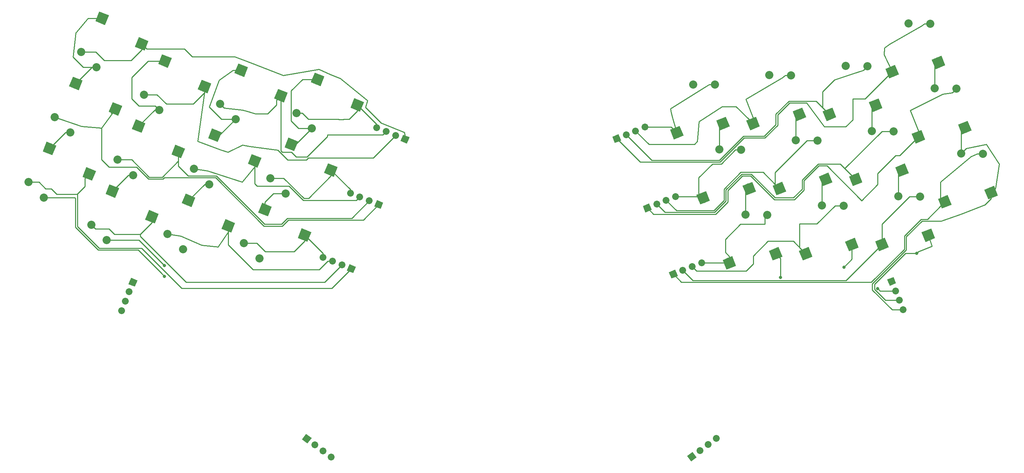
<source format=gbr>
G04 #@! TF.GenerationSoftware,KiCad,Pcbnew,(5.1.4)-1*
G04 #@! TF.CreationDate,2022-11-04T00:26:33-04:00*
G04 #@! TF.ProjectId,ThumbsUp,5468756d-6273-4557-902e-6b696361645f,rev?*
G04 #@! TF.SameCoordinates,Original*
G04 #@! TF.FileFunction,Copper,L2,Bot*
G04 #@! TF.FilePolarity,Positive*
%FSLAX46Y46*%
G04 Gerber Fmt 4.6, Leading zero omitted, Abs format (unit mm)*
G04 Created by KiCad (PCBNEW (5.1.4)-1) date 2022-11-04 00:26:33*
%MOMM*%
%LPD*%
G04 APERTURE LIST*
%ADD10C,1.700000*%
%ADD11C,0.100000*%
%ADD12C,1.700000*%
%ADD13C,2.600000*%
%ADD14C,2.032000*%
%ADD15C,0.800000*%
%ADD16C,0.250000*%
G04 APERTURE END LIST*
D10*
X185450000Y-317850000D03*
D11*
G36*
X186556522Y-318319691D02*
G01*
X184980309Y-318956522D01*
X184343478Y-317380309D01*
X185919691Y-316743478D01*
X186556522Y-318319691D01*
X186556522Y-318319691D01*
G37*
D10*
X187805047Y-316898499D03*
D12*
X187805047Y-316898499D02*
X187805047Y-316898499D01*
D10*
X190160094Y-315946999D03*
D12*
X190160094Y-315946999D02*
X190160094Y-315946999D01*
D10*
X192515141Y-314995498D03*
D12*
X192515141Y-314995498D02*
X192515141Y-314995498D01*
D10*
X242724118Y-326737982D03*
D12*
X242724118Y-326737982D02*
X242724118Y-326737982D01*
D10*
X241772617Y-324382935D03*
D12*
X241772617Y-324382935D02*
X241772617Y-324382935D01*
D10*
X240821117Y-322027888D03*
D12*
X240821117Y-322027888D02*
X240821117Y-322027888D01*
D10*
X239869616Y-319672841D03*
D11*
G36*
X239399925Y-320779363D02*
G01*
X238763094Y-319203150D01*
X240339307Y-318566319D01*
X240976138Y-320142532D01*
X239399925Y-320779363D01*
X239399925Y-320779363D01*
G37*
D10*
X178400721Y-281197898D03*
D12*
X178400721Y-281197898D02*
X178400721Y-281197898D01*
D10*
X176045674Y-282149399D03*
D12*
X176045674Y-282149399D02*
X176045674Y-282149399D01*
D10*
X173690627Y-283100899D03*
D12*
X173690627Y-283100899D02*
X173690627Y-283100899D01*
D10*
X171335580Y-284052400D03*
D11*
G36*
X172442102Y-284522091D02*
G01*
X170865889Y-285158922D01*
X170229058Y-283582709D01*
X171805271Y-282945878D01*
X172442102Y-284522091D01*
X172442102Y-284522091D01*
G37*
D10*
X186015141Y-298495498D03*
D12*
X186015141Y-298495498D02*
X186015141Y-298495498D01*
D10*
X183660094Y-299446999D03*
D12*
X183660094Y-299446999D02*
X183660094Y-299446999D01*
D10*
X181305047Y-300398499D03*
D12*
X181305047Y-300398499D02*
X181305047Y-300398499D01*
D10*
X178950000Y-301350000D03*
D11*
G36*
X180056522Y-301819691D02*
G01*
X178480309Y-302456522D01*
X177843478Y-300880309D01*
X179419691Y-300243478D01*
X180056522Y-301819691D01*
X180056522Y-301819691D01*
G37*
D10*
X98120102Y-313645498D03*
D12*
X98120102Y-313645498D02*
X98120102Y-313645498D01*
D10*
X100475149Y-314596999D03*
D12*
X100475149Y-314596999D02*
X100475149Y-314596999D01*
D10*
X102830196Y-315548499D03*
D12*
X102830196Y-315548499D02*
X102830196Y-315548499D01*
D10*
X105185243Y-316500000D03*
D11*
G36*
X104715552Y-315393478D02*
G01*
X106291765Y-316030309D01*
X105654934Y-317606522D01*
X104078721Y-316969691D01*
X104715552Y-315393478D01*
X104715552Y-315393478D01*
G37*
D10*
X112000000Y-300500000D03*
D11*
G36*
X111530309Y-299393478D02*
G01*
X113106522Y-300030309D01*
X112469691Y-301606522D01*
X110893478Y-300969691D01*
X111530309Y-299393478D01*
X111530309Y-299393478D01*
G37*
D10*
X109644953Y-299548499D03*
D12*
X109644953Y-299548499D02*
X109644953Y-299548499D01*
D10*
X107289906Y-298596999D03*
D12*
X107289906Y-298596999D02*
X107289906Y-298596999D01*
D10*
X104934859Y-297645498D03*
D12*
X104934859Y-297645498D02*
X104934859Y-297645498D01*
D10*
X111492437Y-281339332D03*
D12*
X111492437Y-281339332D02*
X111492437Y-281339332D01*
D10*
X113847484Y-282290833D03*
D12*
X113847484Y-282290833D02*
X113847484Y-282290833D01*
D10*
X116202531Y-283242333D03*
D12*
X116202531Y-283242333D02*
X116202531Y-283242333D01*
D10*
X118557578Y-284193834D03*
D11*
G36*
X118087887Y-283087312D02*
G01*
X119664100Y-283724143D01*
X119027269Y-285300356D01*
X117451056Y-284663525D01*
X118087887Y-283087312D01*
X118087887Y-283087312D01*
G37*
D10*
X47881938Y-326930168D03*
D12*
X47881938Y-326930168D02*
X47881938Y-326930168D01*
D10*
X48833439Y-324575121D03*
D12*
X48833439Y-324575121D02*
X48833439Y-324575121D01*
D10*
X49784939Y-322220074D03*
D12*
X49784939Y-322220074D02*
X49784939Y-322220074D01*
D10*
X50736440Y-319865027D03*
D11*
G36*
X49629918Y-320334718D02*
G01*
X50266749Y-318758505D01*
X51842962Y-319395336D01*
X51206131Y-320971549D01*
X49629918Y-320334718D01*
X49629918Y-320334718D01*
G37*
D13*
X253119859Y-299813103D03*
D11*
G36*
X253838209Y-298120775D02*
G01*
X254812187Y-300531453D01*
X252401509Y-301505431D01*
X251427531Y-299094753D01*
X253838209Y-298120775D01*
X253838209Y-298120775D01*
G37*
D14*
X257177352Y-287765909D03*
X262599945Y-287839962D03*
D13*
X264652967Y-297526201D03*
D11*
G36*
X265371317Y-295833873D02*
G01*
X266345295Y-298244551D01*
X263934617Y-299218529D01*
X262960639Y-296807851D01*
X265371317Y-295833873D01*
X265371317Y-295833873D01*
G37*
D13*
X246564243Y-283587386D03*
D11*
G36*
X247282593Y-281895058D02*
G01*
X248256571Y-284305736D01*
X245845893Y-285279714D01*
X244871915Y-282869036D01*
X247282593Y-281895058D01*
X247282593Y-281895058D01*
G37*
D14*
X250621736Y-271540192D03*
X256044329Y-271614245D03*
D13*
X258097351Y-281300484D03*
D11*
G36*
X258815701Y-279608156D02*
G01*
X259789679Y-282018834D01*
X257379001Y-282992812D01*
X256405023Y-280582134D01*
X258815701Y-279608156D01*
X258815701Y-279608156D01*
G37*
D13*
X240008628Y-267361668D03*
D11*
G36*
X240726978Y-265669340D02*
G01*
X241700956Y-268080018D01*
X239290278Y-269053996D01*
X238316300Y-266643318D01*
X240726978Y-265669340D01*
X240726978Y-265669340D01*
G37*
D14*
X244066121Y-255314474D03*
X249488714Y-255388527D03*
D13*
X251541736Y-265074766D03*
D11*
G36*
X252260086Y-263382438D02*
G01*
X253234064Y-265793116D01*
X250823386Y-266767094D01*
X249849408Y-264356416D01*
X252260086Y-263382438D01*
X252260086Y-263382438D01*
G37*
D13*
X237465384Y-310452061D03*
D11*
G36*
X238183734Y-308759733D02*
G01*
X239157712Y-311170411D01*
X236747034Y-312144389D01*
X235773056Y-309733711D01*
X238183734Y-308759733D01*
X238183734Y-308759733D01*
G37*
D14*
X241522877Y-298404867D03*
X246945470Y-298478920D03*
D13*
X248998492Y-308165159D03*
D11*
G36*
X249716842Y-306472831D02*
G01*
X250690820Y-308883509D01*
X248280142Y-309857487D01*
X247306164Y-307446809D01*
X249716842Y-306472831D01*
X249716842Y-306472831D01*
G37*
D13*
X230909769Y-294226343D03*
D11*
G36*
X231628119Y-292534015D02*
G01*
X232602097Y-294944693D01*
X230191419Y-295918671D01*
X229217441Y-293507993D01*
X231628119Y-292534015D01*
X231628119Y-292534015D01*
G37*
D14*
X234967262Y-282179149D03*
X240389855Y-282253202D03*
D13*
X242442877Y-291939441D03*
D11*
G36*
X243161227Y-290247113D02*
G01*
X244135205Y-292657791D01*
X241724527Y-293631769D01*
X240750549Y-291221091D01*
X243161227Y-290247113D01*
X243161227Y-290247113D01*
G37*
D13*
X224354153Y-278000626D03*
D11*
G36*
X225072503Y-276308298D02*
G01*
X226046481Y-278718976D01*
X223635803Y-279692954D01*
X222661825Y-277282276D01*
X225072503Y-276308298D01*
X225072503Y-276308298D01*
G37*
D14*
X228411646Y-265953432D03*
X233834239Y-266027485D03*
D13*
X235887261Y-275713724D03*
D11*
G36*
X236605611Y-274021396D02*
G01*
X237579589Y-276432074D01*
X235168911Y-277406052D01*
X234194933Y-274995374D01*
X236605611Y-274021396D01*
X236605611Y-274021396D01*
G37*
D13*
X218439450Y-312746363D03*
D11*
G36*
X219157800Y-311054035D02*
G01*
X220131778Y-313464713D01*
X217721100Y-314438691D01*
X216747122Y-312028013D01*
X219157800Y-311054035D01*
X219157800Y-311054035D01*
G37*
D14*
X222496943Y-300699169D03*
X227919536Y-300773222D03*
D13*
X229972558Y-310459461D03*
D11*
G36*
X230690908Y-308767133D02*
G01*
X231664886Y-311177811D01*
X229254208Y-312151789D01*
X228280230Y-309741111D01*
X230690908Y-308767133D01*
X230690908Y-308767133D01*
G37*
D13*
X211883834Y-296520646D03*
D11*
G36*
X212602184Y-294828318D02*
G01*
X213576162Y-297238996D01*
X211165484Y-298212974D01*
X210191506Y-295802296D01*
X212602184Y-294828318D01*
X212602184Y-294828318D01*
G37*
D14*
X215941327Y-284473452D03*
X221363920Y-284547505D03*
D13*
X223416942Y-294233744D03*
D11*
G36*
X224135292Y-292541416D02*
G01*
X225109270Y-294952094D01*
X222698592Y-295926072D01*
X221724614Y-293515394D01*
X224135292Y-292541416D01*
X224135292Y-292541416D01*
G37*
D13*
X205328219Y-280294929D03*
D11*
G36*
X206046569Y-278602601D02*
G01*
X207020547Y-281013279D01*
X204609869Y-281987257D01*
X203635891Y-279576579D01*
X206046569Y-278602601D01*
X206046569Y-278602601D01*
G37*
D14*
X209385712Y-268247735D03*
X214808305Y-268321788D03*
D13*
X216861327Y-278008027D03*
D11*
G36*
X217579677Y-276315699D02*
G01*
X218553655Y-278726377D01*
X216142977Y-279700355D01*
X215168999Y-277289677D01*
X217579677Y-276315699D01*
X217579677Y-276315699D01*
G37*
D13*
X199413515Y-315040666D03*
D11*
G36*
X200131865Y-313348338D02*
G01*
X201105843Y-315759016D01*
X198695165Y-316732994D01*
X197721187Y-314322316D01*
X200131865Y-313348338D01*
X200131865Y-313348338D01*
G37*
D14*
X203471008Y-302993472D03*
X208893601Y-303067525D03*
D13*
X210946623Y-312753764D03*
D11*
G36*
X211664973Y-311061436D02*
G01*
X212638951Y-313472114D01*
X210228273Y-314446092D01*
X209254295Y-312035414D01*
X211664973Y-311061436D01*
X211664973Y-311061436D01*
G37*
D13*
X192857900Y-298814949D03*
D11*
G36*
X193576250Y-297122621D02*
G01*
X194550228Y-299533299D01*
X192139550Y-300507277D01*
X191165572Y-298096599D01*
X193576250Y-297122621D01*
X193576250Y-297122621D01*
G37*
D14*
X196915393Y-286767755D03*
X202337986Y-286841808D03*
D13*
X204391008Y-296528047D03*
D11*
G36*
X205109358Y-294835719D02*
G01*
X206083336Y-297246397D01*
X203672658Y-298220375D01*
X202698680Y-295809697D01*
X205109358Y-294835719D01*
X205109358Y-294835719D01*
G37*
D13*
X186302285Y-282589231D03*
D11*
G36*
X187020635Y-280896903D02*
G01*
X187994613Y-283307581D01*
X185583935Y-284281559D01*
X184609957Y-281870881D01*
X187020635Y-280896903D01*
X187020635Y-280896903D01*
G37*
D14*
X190359778Y-270542037D03*
X195782371Y-270616090D03*
D13*
X197835393Y-280302329D03*
D11*
G36*
X198553743Y-278610001D02*
G01*
X199527721Y-281020679D01*
X197117043Y-281994657D01*
X196143065Y-279583979D01*
X198553743Y-278610001D01*
X198553743Y-278610001D01*
G37*
D13*
X93531006Y-308110213D03*
D11*
G36*
X91838678Y-308828563D02*
G01*
X92812656Y-306417885D01*
X95223334Y-307391863D01*
X94249356Y-309802541D01*
X91838678Y-308828563D01*
X91838678Y-308828563D01*
G37*
D14*
X82243606Y-313957668D03*
X78394361Y-310137549D03*
D13*
X83646167Y-301743702D03*
D11*
G36*
X81953839Y-302462052D02*
G01*
X82927817Y-300051374D01*
X85338495Y-301025352D01*
X84364517Y-303436030D01*
X81953839Y-302462052D01*
X81953839Y-302462052D01*
G37*
D13*
X100086621Y-291884496D03*
D11*
G36*
X98394293Y-292602846D02*
G01*
X99368271Y-290192168D01*
X101778949Y-291166146D01*
X100804971Y-293576824D01*
X98394293Y-292602846D01*
X98394293Y-292602846D01*
G37*
D14*
X88799221Y-297731951D03*
X84949976Y-293911832D03*
D13*
X90201782Y-285517985D03*
D11*
G36*
X88509454Y-286236335D02*
G01*
X89483432Y-283825657D01*
X91894110Y-284799635D01*
X90920132Y-287210313D01*
X88509454Y-286236335D01*
X88509454Y-286236335D01*
G37*
D13*
X106642237Y-275658778D03*
D11*
G36*
X104949909Y-276377128D02*
G01*
X105923887Y-273966450D01*
X108334565Y-274940428D01*
X107360587Y-277351106D01*
X104949909Y-276377128D01*
X104949909Y-276377128D01*
G37*
D14*
X95354837Y-281506233D03*
X91505592Y-277686114D03*
D13*
X96757398Y-269292267D03*
D11*
G36*
X95065070Y-270010617D02*
G01*
X96039048Y-267599939D01*
X98449726Y-268573917D01*
X97475748Y-270984595D01*
X95065070Y-270010617D01*
X95065070Y-270010617D01*
G37*
D13*
X74505072Y-305815911D03*
D11*
G36*
X72812744Y-306534261D02*
G01*
X73786722Y-304123583D01*
X76197400Y-305097561D01*
X75223422Y-307508239D01*
X72812744Y-306534261D01*
X72812744Y-306534261D01*
G37*
D14*
X63217672Y-311663366D03*
X59368427Y-307843247D03*
D13*
X64620233Y-299449400D03*
D11*
G36*
X62927905Y-300167750D02*
G01*
X63901883Y-297757072D01*
X66312561Y-298731050D01*
X65338583Y-301141728D01*
X62927905Y-300167750D01*
X62927905Y-300167750D01*
G37*
D13*
X81060687Y-289590193D03*
D11*
G36*
X79368359Y-290308543D02*
G01*
X80342337Y-287897865D01*
X82753015Y-288871843D01*
X81779037Y-291282521D01*
X79368359Y-290308543D01*
X79368359Y-290308543D01*
G37*
D14*
X69773287Y-295437648D03*
X65924042Y-291617529D03*
D13*
X71175848Y-283223682D03*
D11*
G36*
X69483520Y-283942032D02*
G01*
X70457498Y-281531354D01*
X72868176Y-282505332D01*
X71894198Y-284916010D01*
X69483520Y-283942032D01*
X69483520Y-283942032D01*
G37*
D13*
X87616302Y-273364476D03*
D11*
G36*
X85923974Y-274082826D02*
G01*
X86897952Y-271672148D01*
X89308630Y-272646126D01*
X88334652Y-275056804D01*
X85923974Y-274082826D01*
X85923974Y-274082826D01*
G37*
D14*
X76328902Y-279211931D03*
X72479657Y-275391812D03*
D13*
X77731463Y-266997965D03*
D11*
G36*
X76039135Y-267716315D02*
G01*
X77013113Y-265305637D01*
X79423791Y-266279615D01*
X78449813Y-268690293D01*
X76039135Y-267716315D01*
X76039135Y-267716315D01*
G37*
D13*
X55479137Y-303521608D03*
D11*
G36*
X53786809Y-304239958D02*
G01*
X54760787Y-301829280D01*
X57171465Y-302803258D01*
X56197487Y-305213936D01*
X53786809Y-304239958D01*
X53786809Y-304239958D01*
G37*
D14*
X44191737Y-309369063D03*
X40342492Y-305548944D03*
D13*
X45594298Y-297155097D03*
D11*
G36*
X43901970Y-297873447D02*
G01*
X44875948Y-295462769D01*
X47286626Y-296436747D01*
X46312648Y-298847425D01*
X43901970Y-297873447D01*
X43901970Y-297873447D01*
G37*
D13*
X62034753Y-287295890D03*
D11*
G36*
X60342425Y-288014240D02*
G01*
X61316403Y-285603562D01*
X63727081Y-286577540D01*
X62753103Y-288988218D01*
X60342425Y-288014240D01*
X60342425Y-288014240D01*
G37*
D14*
X50747353Y-293143345D03*
X46898108Y-289323226D03*
D13*
X52149914Y-280929379D03*
D11*
G36*
X50457586Y-281647729D02*
G01*
X51431564Y-279237051D01*
X53842242Y-280211029D01*
X52868264Y-282621707D01*
X50457586Y-281647729D01*
X50457586Y-281647729D01*
G37*
D13*
X68590368Y-271070173D03*
D11*
G36*
X66898040Y-271788523D02*
G01*
X67872018Y-269377845D01*
X70282696Y-270351823D01*
X69308718Y-272762501D01*
X66898040Y-271788523D01*
X66898040Y-271788523D01*
G37*
D14*
X57302968Y-276917628D03*
X53453723Y-273097509D03*
D13*
X58705529Y-264703662D03*
D11*
G36*
X57013201Y-265422012D02*
G01*
X57987179Y-263011334D01*
X60397857Y-263985312D01*
X59423879Y-266395990D01*
X57013201Y-265422012D01*
X57013201Y-265422012D01*
G37*
D13*
X39824662Y-292882650D03*
D11*
G36*
X38132334Y-293601000D02*
G01*
X39106312Y-291190322D01*
X41516990Y-292164300D01*
X40543012Y-294574978D01*
X38132334Y-293601000D01*
X38132334Y-293601000D01*
G37*
D14*
X28537262Y-298730105D03*
X24688017Y-294909986D03*
D13*
X29939823Y-286516139D03*
D11*
G36*
X28247495Y-287234489D02*
G01*
X29221473Y-284823811D01*
X31632151Y-285797789D01*
X30658173Y-288208467D01*
X28247495Y-287234489D01*
X28247495Y-287234489D01*
G37*
D13*
X46380278Y-276656933D03*
D11*
G36*
X44687950Y-277375283D02*
G01*
X45661928Y-274964605D01*
X48072606Y-275938583D01*
X47098628Y-278349261D01*
X44687950Y-277375283D01*
X44687950Y-277375283D01*
G37*
D14*
X35092878Y-282504388D03*
X31243633Y-278684269D03*
D13*
X36495439Y-270290422D03*
D11*
G36*
X34803111Y-271008772D02*
G01*
X35777089Y-268598094D01*
X38187767Y-269572072D01*
X37213789Y-271982750D01*
X34803111Y-271008772D01*
X34803111Y-271008772D01*
G37*
D13*
X52935893Y-260431216D03*
D11*
G36*
X51243565Y-261149566D02*
G01*
X52217543Y-258738888D01*
X54628221Y-259712866D01*
X53654243Y-262123544D01*
X51243565Y-261149566D01*
X51243565Y-261149566D01*
G37*
D14*
X41648493Y-266278671D03*
X37799248Y-262458552D03*
D13*
X43051054Y-254064705D03*
D11*
G36*
X41358726Y-254783055D02*
G01*
X42332704Y-252372377D01*
X44743382Y-253346355D01*
X43769404Y-255757033D01*
X41358726Y-254783055D01*
X41358726Y-254783055D01*
G37*
D10*
X94083952Y-358862971D03*
D11*
G36*
X94251249Y-360053354D02*
G01*
X92893569Y-359030268D01*
X93916655Y-357672588D01*
X95274335Y-358695674D01*
X94251249Y-360053354D01*
X94251249Y-360053354D01*
G37*
D10*
X96112486Y-360391581D03*
D12*
X96112486Y-360391581D02*
X96112486Y-360391581D01*
D10*
X98141020Y-361920191D03*
D12*
X98141020Y-361920191D02*
X98141020Y-361920191D01*
D10*
X100169555Y-363448801D03*
D12*
X100169555Y-363448801D02*
X100169555Y-363448801D01*
D10*
X190058136Y-363387914D03*
D11*
G36*
X191248519Y-363555211D02*
G01*
X189890839Y-364578297D01*
X188867753Y-363220617D01*
X190225433Y-362197531D01*
X191248519Y-363555211D01*
X191248519Y-363555211D01*
G37*
D10*
X192086670Y-361859304D03*
D12*
X192086670Y-361859304D02*
X192086670Y-361859304D01*
D10*
X194115204Y-360330694D03*
D12*
X194115204Y-360330694D02*
X194115204Y-360330694D01*
D10*
X196143739Y-358802084D03*
D12*
X196143739Y-358802084D02*
X196143739Y-358802084D01*
D15*
X58600000Y-318400000D03*
X58550000Y-315700000D03*
X246100000Y-312650000D03*
X246100000Y-312650000D03*
X228000000Y-316100000D03*
X236374546Y-321422235D03*
X212150000Y-318700000D03*
X212150000Y-318700000D03*
D16*
X33951574Y-282504388D02*
X35092878Y-282504388D01*
X29939823Y-286516139D02*
X33951574Y-282504388D01*
X40507190Y-266278671D02*
X41648493Y-266278671D01*
X36495439Y-270290422D02*
X40507190Y-266278671D01*
X39485295Y-254064705D02*
X43051054Y-254064705D01*
X36450000Y-257700000D02*
X39485295Y-254064705D01*
X35800000Y-263750000D02*
X36450000Y-257700000D01*
X41648493Y-266278671D02*
X38328671Y-266278671D01*
X38328671Y-266278671D02*
X35800000Y-263750000D01*
X36230105Y-298730105D02*
X28537262Y-298730105D01*
X36400000Y-298900000D02*
X36230105Y-298730105D01*
X42045495Y-311800000D02*
X36400000Y-306154505D01*
X36400000Y-306154505D02*
X36400000Y-298900000D01*
X52050000Y-311800000D02*
X42045495Y-311800000D01*
X57850001Y-317600001D02*
X52050000Y-311800000D01*
X58600000Y-318400000D02*
X57850001Y-317600001D01*
X56161665Y-276917628D02*
X57302968Y-276917628D01*
X52149914Y-280929379D02*
X56161665Y-276917628D01*
X49606050Y-293143345D02*
X50747353Y-293143345D01*
X45594298Y-297155097D02*
X49606050Y-293143345D01*
X52219063Y-309369063D02*
X58150001Y-315300001D01*
X58150001Y-315300001D02*
X58550000Y-315700000D01*
X44191737Y-309369063D02*
X52219063Y-309369063D01*
X57302968Y-276917628D02*
X56286969Y-275901629D01*
X54546338Y-264703662D02*
X58705529Y-264703662D01*
X50450000Y-268800000D02*
X54546338Y-264703662D01*
X50450000Y-274100000D02*
X50450000Y-268800000D01*
X52251629Y-275901629D02*
X50450000Y-274100000D01*
X56286969Y-275901629D02*
X52251629Y-275901629D01*
X68631985Y-295437648D02*
X69773287Y-295437648D01*
X64620233Y-299449400D02*
X68631985Y-295437648D01*
X72317151Y-283223682D02*
X71175848Y-283223682D01*
X76328902Y-279211931D02*
X72317151Y-283223682D01*
X76229368Y-266997965D02*
X77731463Y-266997965D01*
X75702035Y-266997965D02*
X76229368Y-266997965D01*
X72200000Y-269500000D02*
X75702035Y-266997965D01*
X69753163Y-276153163D02*
X72200000Y-269500000D01*
X76328902Y-279211931D02*
X72811931Y-279211931D01*
X72811931Y-279211931D02*
X69753163Y-276153163D01*
X91343085Y-285517985D02*
X90201782Y-285517985D01*
X95354837Y-281506233D02*
X91343085Y-285517985D01*
X95354837Y-281506233D02*
X92056233Y-281506233D01*
X90164591Y-279614591D02*
X90164591Y-272135409D01*
X92056233Y-281506233D02*
X90164591Y-279614591D01*
X93007733Y-269292267D02*
X96757398Y-269292267D01*
X90164591Y-272135409D02*
X93007733Y-269292267D01*
X83646167Y-299853833D02*
X83646167Y-301743702D01*
X88799221Y-297731951D02*
X85768049Y-297731951D01*
X85768049Y-297731951D02*
X83646167Y-299853833D01*
X98120102Y-312699309D02*
X98120102Y-313645498D01*
X93531006Y-308110213D02*
X98120102Y-312699309D01*
X93531006Y-309612308D02*
X93531006Y-308110213D01*
X90893314Y-312250000D02*
X93531006Y-309612308D01*
X83750000Y-312250000D02*
X90893314Y-312250000D01*
X78394361Y-310137549D02*
X81637549Y-310137549D01*
X81637549Y-310137549D02*
X83750000Y-312250000D01*
X74505072Y-307318006D02*
X74505072Y-305815911D01*
X71950000Y-311050000D02*
X74505072Y-307318006D01*
X67850000Y-310600000D02*
X71950000Y-311050000D01*
X59368427Y-307843247D02*
X62650000Y-308300000D01*
X62650000Y-308300000D02*
X67850000Y-310600000D01*
X99273068Y-314596999D02*
X100475149Y-314596999D01*
X97170067Y-316700000D02*
X99273068Y-314596999D01*
X80700000Y-316700000D02*
X97170067Y-316700000D01*
X74505072Y-305815911D02*
X74505072Y-310505072D01*
X74505072Y-310505072D02*
X80700000Y-316700000D01*
X55479137Y-305023703D02*
X55479137Y-303521608D01*
X52552840Y-307950000D02*
X55479137Y-305023703D01*
X46150000Y-307950000D02*
X52552840Y-307950000D01*
X44764943Y-306564943D02*
X46150000Y-307950000D01*
X40342492Y-305548944D02*
X41358491Y-306564943D01*
X41358491Y-306564943D02*
X44764943Y-306564943D01*
X52550000Y-307952840D02*
X55479137Y-305023703D01*
X52550000Y-308450000D02*
X52550000Y-307952840D01*
X63950000Y-319850000D02*
X52550000Y-308450000D01*
X102830196Y-315548499D02*
X98528695Y-319850000D01*
X98528695Y-319850000D02*
X63950000Y-319850000D01*
X38750000Y-293957312D02*
X39824662Y-292882650D01*
X38750000Y-296000000D02*
X38750000Y-293957312D01*
X36925000Y-297825000D02*
X38750000Y-296000000D01*
X62900000Y-321350000D02*
X52899989Y-311349989D01*
X36925000Y-305943083D02*
X36925000Y-297825000D01*
X52899989Y-311349989D02*
X42331906Y-311349989D01*
X100335243Y-321350000D02*
X62900000Y-321350000D01*
X105185243Y-316500000D02*
X100335243Y-321350000D01*
X42331906Y-311349989D02*
X36925000Y-305943083D01*
X36800000Y-297950000D02*
X36925000Y-297825000D01*
X31750000Y-297950000D02*
X36800000Y-297950000D01*
X30350000Y-296550000D02*
X31750000Y-297950000D01*
X28950000Y-296550000D02*
X30350000Y-296550000D01*
X24688017Y-294909986D02*
X27309986Y-294909986D01*
X27309986Y-294909986D02*
X28950000Y-296550000D01*
X111492437Y-280508978D02*
X111492437Y-281339332D01*
X106642237Y-275658778D02*
X111492437Y-280508978D01*
X106642237Y-277160873D02*
X106642237Y-275658778D01*
X104603110Y-279200000D02*
X106642237Y-277160873D01*
X103301045Y-279200000D02*
X104603110Y-279200000D01*
X92942432Y-277686114D02*
X94456318Y-279200000D01*
X91505592Y-277686114D02*
X92942432Y-277686114D01*
X94456318Y-279200000D02*
X102028009Y-279200000D01*
X102028009Y-279200000D02*
X102100094Y-279272085D01*
X102100094Y-279272085D02*
X103228960Y-279272085D01*
X103228960Y-279272085D02*
X103301045Y-279200000D01*
X112997485Y-283140832D02*
X99190832Y-283140832D01*
X113847484Y-282290833D02*
X112997485Y-283140832D01*
X91419823Y-288569823D02*
X90250000Y-287400000D01*
X94114310Y-288569823D02*
X91419823Y-288569823D01*
X99190832Y-283140832D02*
X99190832Y-283493301D01*
X99190832Y-283493301D02*
X94114310Y-288569823D01*
X90250000Y-287400000D02*
X87950000Y-287400000D01*
X87616302Y-287066302D02*
X87616302Y-273364476D01*
X87950000Y-287400000D02*
X87616302Y-287066302D01*
X86546968Y-274433810D02*
X87616302Y-273364476D01*
X86546968Y-275653032D02*
X86546968Y-274433810D01*
X73495656Y-276407811D02*
X78050000Y-276950000D01*
X72479657Y-275391812D02*
X73495656Y-276407811D01*
X78050000Y-276950000D02*
X79300000Y-277300000D01*
X79300000Y-277300000D02*
X81250000Y-277900000D01*
X81250000Y-277900000D02*
X84300000Y-277900000D01*
X84300000Y-277900000D02*
X86546968Y-275653032D01*
X68590368Y-272572268D02*
X68590368Y-271070173D01*
X65762636Y-275400000D02*
X68590368Y-272572268D01*
X59050000Y-275400000D02*
X65762636Y-275400000D01*
X53453723Y-273097509D02*
X56747509Y-273097509D01*
X56747509Y-273097509D02*
X59050000Y-275400000D01*
X66900000Y-284750000D02*
X68590368Y-272572268D01*
X71150000Y-286350000D02*
X66900000Y-284750000D01*
X72500000Y-286800000D02*
X71150000Y-286350000D01*
X78024160Y-285662355D02*
X74400000Y-287450000D01*
X74400000Y-287450000D02*
X72500000Y-286800000D01*
X79850000Y-286000000D02*
X78024160Y-285662355D01*
X110612205Y-288832659D02*
X94487884Y-288832659D01*
X94487884Y-288832659D02*
X93920543Y-289400000D01*
X116202531Y-283242333D02*
X110612205Y-288832659D01*
X93920543Y-289400000D02*
X89313590Y-289400000D01*
X89313590Y-289400000D02*
X86863590Y-286950000D01*
X86863590Y-286950000D02*
X79850000Y-286000000D01*
X52935893Y-261933311D02*
X52935893Y-260431216D01*
X50269204Y-264600000D02*
X52935893Y-261933311D01*
X43600000Y-264600000D02*
X50269204Y-264600000D01*
X37799248Y-262458552D02*
X41458552Y-262458552D01*
X41458552Y-262458552D02*
X43600000Y-264600000D01*
X54005227Y-261500550D02*
X52935893Y-260431216D01*
X54157363Y-261652686D02*
X54005227Y-261500550D01*
X74082171Y-263600000D02*
X65500000Y-263600000D01*
X76100000Y-263650000D02*
X74082171Y-263600000D01*
X65500000Y-263600000D02*
X63552686Y-261652686D01*
X79450000Y-264900000D02*
X76100000Y-263650000D01*
X97085445Y-266750000D02*
X88200000Y-268300000D01*
X99900000Y-268000000D02*
X97085445Y-266750000D01*
X88200000Y-268300000D02*
X79450000Y-264900000D01*
X118450000Y-282550000D02*
X112618467Y-280168467D01*
X118557578Y-284193834D02*
X118450000Y-282550000D01*
X108659575Y-276209575D02*
X109200000Y-274550000D01*
X112618467Y-280168467D02*
X108659575Y-276209575D01*
X109200000Y-274550000D02*
X102450000Y-269050000D01*
X63552686Y-261652686D02*
X54157363Y-261652686D01*
X102450000Y-269050000D02*
X99900000Y-268000000D01*
X104934859Y-296732734D02*
X104934859Y-297645498D01*
X100086621Y-291884496D02*
X104934859Y-296732734D01*
X93336410Y-298950000D02*
X94523212Y-298950000D01*
X94523212Y-298950000D02*
X100086621Y-293386591D01*
X88298242Y-293911832D02*
X93336410Y-298950000D01*
X84949976Y-293911832D02*
X88298242Y-293911832D01*
X100086621Y-293386591D02*
X100086621Y-291884496D01*
X81060687Y-291092288D02*
X81060687Y-289590193D01*
X78000000Y-294900000D02*
X81060687Y-291092288D01*
X65924042Y-291617529D02*
X69300000Y-292050000D01*
X69300000Y-292050000D02*
X78000000Y-294900000D01*
X81060687Y-295260687D02*
X81060687Y-291092288D01*
X81700000Y-295900000D02*
X81060687Y-295260687D01*
X89650000Y-295900000D02*
X81700000Y-295900000D01*
X93196998Y-299446998D02*
X89650000Y-295900000D01*
X107289906Y-298596999D02*
X106439907Y-299446998D01*
X106439907Y-299446998D02*
X93196998Y-299446998D01*
X62034753Y-289665247D02*
X62034753Y-287295890D01*
X46898108Y-289323226D02*
X50423226Y-289323226D01*
X50423226Y-289323226D02*
X54750000Y-293650000D01*
X58050000Y-293650000D02*
X62034753Y-289665247D01*
X54750000Y-293650000D02*
X58050000Y-293650000D01*
X62034753Y-290884753D02*
X62034753Y-288797985D01*
X71536411Y-293350000D02*
X64500000Y-293350000D01*
X83586411Y-305400000D02*
X71536411Y-293350000D01*
X62034753Y-288797985D02*
X62034753Y-287295890D01*
X109644953Y-299548499D02*
X105293463Y-303899989D01*
X64500000Y-293350000D02*
X62034753Y-290884753D01*
X105293463Y-303899989D02*
X89250011Y-303899989D01*
X87750000Y-305400000D02*
X83586411Y-305400000D01*
X89250011Y-303899989D02*
X87750000Y-305400000D01*
X45310944Y-277726267D02*
X46380278Y-276656933D01*
X31243633Y-278684269D02*
X37950000Y-280950000D01*
X37950000Y-280950000D02*
X42950000Y-281450000D01*
X42950000Y-281450000D02*
X46380278Y-276656933D01*
X87936400Y-305850011D02*
X83400011Y-305850011D01*
X83400011Y-305850011D02*
X71350011Y-293800011D01*
X54563600Y-294100011D02*
X51613590Y-291150000D01*
X108150000Y-304350000D02*
X89436411Y-304350000D01*
X51613590Y-291150000D02*
X44800000Y-291150000D01*
X71350011Y-293800011D02*
X58536400Y-293800011D01*
X112000000Y-300500000D02*
X108150000Y-304350000D01*
X89436411Y-304350000D02*
X87936400Y-305850011D01*
X58536400Y-293800011D02*
X58236400Y-294100011D01*
X42950000Y-289300000D02*
X42950000Y-281450000D01*
X58236400Y-294100011D02*
X54563600Y-294100011D01*
X44800000Y-291150000D02*
X42950000Y-289300000D01*
X250621736Y-265994766D02*
X251541736Y-265074766D01*
X250621736Y-271540192D02*
X250621736Y-265994766D01*
X257177352Y-282220483D02*
X258097351Y-281300484D01*
X257177352Y-287765909D02*
X257177352Y-282220483D01*
X265722301Y-296456867D02*
X264652967Y-297526201D01*
X266700000Y-290350000D02*
X265722301Y-296456867D01*
X263450000Y-285450000D02*
X266700000Y-290350000D01*
X257177352Y-287765909D02*
X258444300Y-286498961D01*
X258444300Y-286498961D02*
X263450000Y-285450000D01*
X235049989Y-321759401D02*
X235049989Y-320263600D01*
X235049989Y-320263600D02*
X243500011Y-311813578D01*
X243500011Y-308526469D02*
X247426469Y-304600011D01*
X247426469Y-304600011D02*
X252236925Y-304600011D01*
X242724118Y-326737982D02*
X240028570Y-326737982D01*
X264652967Y-299028296D02*
X264652967Y-297526201D01*
X252236925Y-304600011D02*
X257250000Y-302800000D01*
X257250000Y-302800000D02*
X263103224Y-300578039D01*
X243500011Y-311813578D02*
X243500011Y-308526469D01*
X263103224Y-300578039D02*
X264652967Y-299028296D01*
X240028570Y-326737982D02*
X235049989Y-321759401D01*
X234967262Y-276633723D02*
X235887261Y-275713724D01*
X234967262Y-282179149D02*
X234967262Y-276633723D01*
X241522877Y-292859441D02*
X242442877Y-291939441D01*
X241522877Y-298404867D02*
X241522877Y-292859441D01*
X246499999Y-312250001D02*
X246100000Y-312650000D01*
X249900000Y-310850000D02*
X246499999Y-312250001D01*
X248998492Y-308165159D02*
X249250000Y-308850000D01*
X249250000Y-308850000D02*
X249900000Y-310850000D01*
X245534315Y-312650000D02*
X246100000Y-312650000D01*
X243300000Y-312650000D02*
X245534315Y-312650000D01*
X235600000Y-320350000D02*
X243300000Y-312650000D01*
X235600000Y-321673001D02*
X235600000Y-320350000D01*
X241772617Y-324382935D02*
X238309934Y-324382935D01*
X238309934Y-324382935D02*
X235600000Y-321673001D01*
X215941327Y-278928027D02*
X216861327Y-278008027D01*
X215941327Y-284473452D02*
X215941327Y-278928027D01*
X222496943Y-295153743D02*
X223416942Y-294233744D01*
X222496943Y-300699169D02*
X222496943Y-295153743D01*
X229972558Y-314127442D02*
X228000000Y-316100000D01*
X229972558Y-310459461D02*
X229972558Y-314127442D01*
X236980199Y-322027888D02*
X236774545Y-321822234D01*
X236774545Y-321822234D02*
X236374546Y-321422235D01*
X240821117Y-322027888D02*
X236980199Y-322027888D01*
X203471008Y-297448047D02*
X204391008Y-296528047D01*
X203471008Y-302993472D02*
X203471008Y-297448047D01*
X196915393Y-281222329D02*
X197835393Y-280302329D01*
X196915393Y-286767755D02*
X196915393Y-281222329D01*
X212150000Y-313957141D02*
X210946623Y-312753764D01*
X212150000Y-318700000D02*
X212150000Y-313957141D01*
X184910952Y-281197898D02*
X186302285Y-282589231D01*
X178400721Y-281197898D02*
X184910952Y-281197898D01*
X194345531Y-270616090D02*
X195782371Y-270616090D01*
X193500000Y-271100000D02*
X194345531Y-270616090D01*
X184750000Y-276600000D02*
X193500000Y-271100000D01*
X184900000Y-277500000D02*
X184750000Y-276600000D01*
X186302285Y-282589231D02*
X185250000Y-278850000D01*
X185250000Y-278850000D02*
X184900000Y-277500000D01*
X213371465Y-268321788D02*
X214808305Y-268321788D01*
X212550000Y-268900000D02*
X213371465Y-268321788D01*
X203500000Y-274250000D02*
X212550000Y-268900000D01*
X205320479Y-278785094D02*
X203500000Y-274250000D01*
X205328219Y-280294929D02*
X205328219Y-278792834D01*
X205328219Y-278792834D02*
X205320479Y-278785094D01*
X201083290Y-276050000D02*
X204258885Y-279225595D01*
X179396275Y-285500000D02*
X190700000Y-285500000D01*
X176045674Y-282149399D02*
X179396275Y-285500000D01*
X204258885Y-279225595D02*
X205328219Y-280294929D01*
X190700000Y-285500000D02*
X191450000Y-284750000D01*
X191450000Y-284750000D02*
X191850000Y-279800000D01*
X191850000Y-279800000D02*
X197577030Y-276050000D01*
X197577030Y-276050000D02*
X201083290Y-276050000D01*
X232818240Y-267043484D02*
X233834239Y-266027485D01*
X230150000Y-267900000D02*
X232818240Y-267043484D01*
X225617857Y-269384316D02*
X230150000Y-267900000D01*
X222650000Y-272352173D02*
X225617857Y-269384316D01*
X224354153Y-278000626D02*
X222650000Y-276296473D01*
X222650000Y-276296473D02*
X222650000Y-272352173D01*
X221053516Y-274699989D02*
X223284819Y-276931292D01*
X214263600Y-274699989D02*
X221053516Y-274699989D01*
X210999989Y-280550011D02*
X210999989Y-277963600D01*
X208100000Y-283450000D02*
X210999989Y-280550011D01*
X202900000Y-283450000D02*
X208100000Y-283450000D01*
X210999989Y-277963600D02*
X214263600Y-274699989D01*
X180039728Y-289450000D02*
X196900000Y-289450000D01*
X196900000Y-289450000D02*
X202900000Y-283450000D01*
X223284819Y-276931292D02*
X224354153Y-278000626D01*
X173690627Y-283100899D02*
X180039728Y-289450000D01*
X248051874Y-255388527D02*
X249488714Y-255388527D01*
X247250000Y-256000000D02*
X248051874Y-255388527D01*
X239300000Y-260500000D02*
X247250000Y-256000000D01*
X238100000Y-261450000D02*
X239300000Y-260500000D01*
X240008628Y-267361668D02*
X237950000Y-263150000D01*
X237950000Y-263150000D02*
X238100000Y-261450000D01*
X208286400Y-283900011D02*
X211450000Y-280736411D01*
X230150000Y-279400000D02*
X230150000Y-274150000D01*
X230150000Y-274150000D02*
X233220296Y-274150000D01*
X203086399Y-283900011D02*
X208286400Y-283900011D01*
X218700000Y-275150000D02*
X223050000Y-281100000D01*
X228450000Y-281100000D02*
X230150000Y-279400000D01*
X223050000Y-281100000D02*
X228450000Y-281100000D01*
X233220296Y-274150000D02*
X240008628Y-267361668D01*
X214450000Y-275150000D02*
X218700000Y-275150000D01*
X171335580Y-284052400D02*
X177183191Y-289900011D01*
X211450000Y-278150000D02*
X214450000Y-275150000D01*
X211450000Y-280736411D02*
X211450000Y-278150000D01*
X177183191Y-289900011D02*
X197086400Y-289900011D01*
X197086400Y-289900011D02*
X203086399Y-283900011D01*
X192538449Y-298495498D02*
X192857900Y-298814949D01*
X186015141Y-298495498D02*
X192538449Y-298495498D01*
X195199978Y-290350022D02*
X197392932Y-290350022D01*
X192857900Y-298814949D02*
X191788566Y-297745615D01*
X200901146Y-286841808D02*
X202337986Y-286841808D01*
X191788566Y-297745615D02*
X191788566Y-293761434D01*
X197392932Y-290350022D02*
X200901146Y-286841808D01*
X191788566Y-293761434D02*
X195199978Y-290350022D01*
X219927080Y-284547505D02*
X221363920Y-284547505D01*
X218768329Y-284547505D02*
X219927080Y-284547505D01*
X210814500Y-292501334D02*
X218768329Y-284547505D01*
X210814500Y-295451312D02*
X210814500Y-292501334D01*
X211883834Y-296520646D02*
X210814500Y-295451312D01*
X207813166Y-292449978D02*
X210814500Y-295451312D01*
X202277200Y-292449978D02*
X207813166Y-292449978D01*
X198099978Y-296627200D02*
X202277200Y-292449978D01*
X183660094Y-299446999D02*
X186213095Y-302000000D01*
X186213095Y-302000000D02*
X195550000Y-302000000D01*
X195550000Y-302000000D02*
X198099978Y-299450022D01*
X198099978Y-299450022D02*
X198099978Y-296627200D01*
X237446798Y-282253202D02*
X240389855Y-282253202D01*
X230909769Y-294226343D02*
X228191713Y-291508287D01*
X228191713Y-291508287D02*
X237446798Y-282253202D01*
X217549989Y-294363600D02*
X221513600Y-290399989D01*
X217549989Y-296650011D02*
X217549989Y-294363600D01*
X198549989Y-296813600D02*
X202463600Y-292899989D01*
X221513600Y-290399989D02*
X227083415Y-290399989D01*
X229840435Y-293157009D02*
X230909769Y-294226343D01*
X227083415Y-290399989D02*
X229840435Y-293157009D01*
X195736400Y-302450011D02*
X198549989Y-299636422D01*
X215400002Y-298799998D02*
X217549989Y-296650011D01*
X202463600Y-292899989D02*
X204886400Y-292899989D01*
X183356559Y-302450011D02*
X195736400Y-302450011D01*
X210786408Y-298799998D02*
X215400002Y-298799998D01*
X204886400Y-292899989D02*
X210786408Y-298799998D01*
X198549989Y-299636422D02*
X198549989Y-296813600D01*
X181305047Y-300398499D02*
X183356559Y-302450011D01*
X255008574Y-272650000D02*
X256044329Y-271614245D01*
X252600000Y-272950000D02*
X255008574Y-272650000D01*
X244500000Y-277000000D02*
X252600000Y-272950000D01*
X246556503Y-282077551D02*
X244500000Y-277000000D01*
X246564243Y-283587386D02*
X246564243Y-282085291D01*
X246564243Y-282085291D02*
X246556503Y-282077551D01*
X180500022Y-302900022D02*
X195999978Y-302900022D01*
X221700000Y-290850000D02*
X223750000Y-290850000D01*
X199000000Y-299900000D02*
X199000000Y-297000000D01*
X240900000Y-288300000D02*
X241851629Y-288300000D01*
X202650000Y-293350000D02*
X204700000Y-293350000D01*
X210600008Y-299250009D02*
X215641987Y-299250009D01*
X218000000Y-296891996D02*
X218000000Y-294550000D01*
X195999978Y-302900022D02*
X199000000Y-299900000D01*
X199000000Y-297000000D02*
X202650000Y-293350000D01*
X204700000Y-293350000D02*
X210600008Y-299250009D01*
X241851629Y-288300000D02*
X246564243Y-283587386D01*
X232400000Y-299500000D02*
X236400000Y-295500000D01*
X215641987Y-299250009D02*
X218000000Y-296891996D01*
X236400000Y-292800000D02*
X240900000Y-288300000D01*
X236400000Y-295500000D02*
X236400000Y-292800000D01*
X223750000Y-290850000D02*
X232400000Y-299500000D01*
X178950000Y-301350000D02*
X180500022Y-302900022D01*
X218000000Y-294550000D02*
X221700000Y-290850000D01*
X199368347Y-314995498D02*
X199413515Y-315040666D01*
X192515141Y-314995498D02*
X199368347Y-314995498D01*
X208250000Y-303067525D02*
X208893601Y-303067525D01*
X199413515Y-313432688D02*
X198400000Y-312419173D01*
X199413515Y-315040666D02*
X199413515Y-313432688D01*
X198400000Y-312419173D02*
X198400000Y-309150000D01*
X198400000Y-309150000D02*
X202200000Y-305350000D01*
X202200000Y-305350000D02*
X208250000Y-305350000D01*
X208250000Y-305350000D02*
X208250000Y-303067525D01*
X226482696Y-300773222D02*
X227919536Y-300773222D01*
X225776778Y-300773222D02*
X226482696Y-300773222D01*
X221231710Y-305318290D02*
X225776778Y-300773222D01*
X216900000Y-305318290D02*
X221231710Y-305318290D01*
X218439450Y-312746363D02*
X216900000Y-311206913D01*
X216900000Y-311206913D02*
X216900000Y-305318290D01*
X215343087Y-309650000D02*
X218439450Y-312746363D01*
X191271099Y-317058004D02*
X203641996Y-317058004D01*
X203641996Y-317058004D02*
X205400000Y-315300000D01*
X205400000Y-315300000D02*
X205400000Y-313300000D01*
X190160094Y-315946999D02*
X191271099Y-317058004D01*
X205400000Y-313300000D02*
X209050000Y-309650000D01*
X209050000Y-309650000D02*
X215343087Y-309650000D01*
X236396050Y-311521395D02*
X237465384Y-310452061D01*
X228492444Y-319425001D02*
X236396050Y-311521395D01*
X190331549Y-319425001D02*
X228492444Y-319425001D01*
X187805047Y-316898499D02*
X190331549Y-319425001D01*
X245508630Y-298478920D02*
X246945470Y-298478920D01*
X244349879Y-298478920D02*
X245508630Y-298478920D01*
X237457644Y-305371155D02*
X244349879Y-298478920D01*
X237457644Y-308942226D02*
X237457644Y-305371155D01*
X237465384Y-308949966D02*
X237457644Y-308942226D01*
X237465384Y-310452061D02*
X237465384Y-308949966D01*
X261163105Y-287839962D02*
X262599945Y-287839962D01*
X259650000Y-288550000D02*
X261163105Y-287839962D01*
X252050525Y-294877418D02*
X259650000Y-288550000D01*
X253119859Y-299813103D02*
X252050525Y-298743769D01*
X252050525Y-298743769D02*
X252050525Y-294877418D01*
X185450000Y-317850000D02*
X187475011Y-319875011D01*
X248782962Y-304150000D02*
X252050525Y-300882437D01*
X234802167Y-319875011D02*
X243050000Y-311627178D01*
X243050000Y-311627178D02*
X243050000Y-308340069D01*
X252050525Y-300882437D02*
X253119859Y-299813103D01*
X243050000Y-308340069D02*
X247240069Y-304150000D01*
X247240069Y-304150000D02*
X248782962Y-304150000D01*
X187475011Y-319875011D02*
X234802167Y-319875011D01*
M02*

</source>
